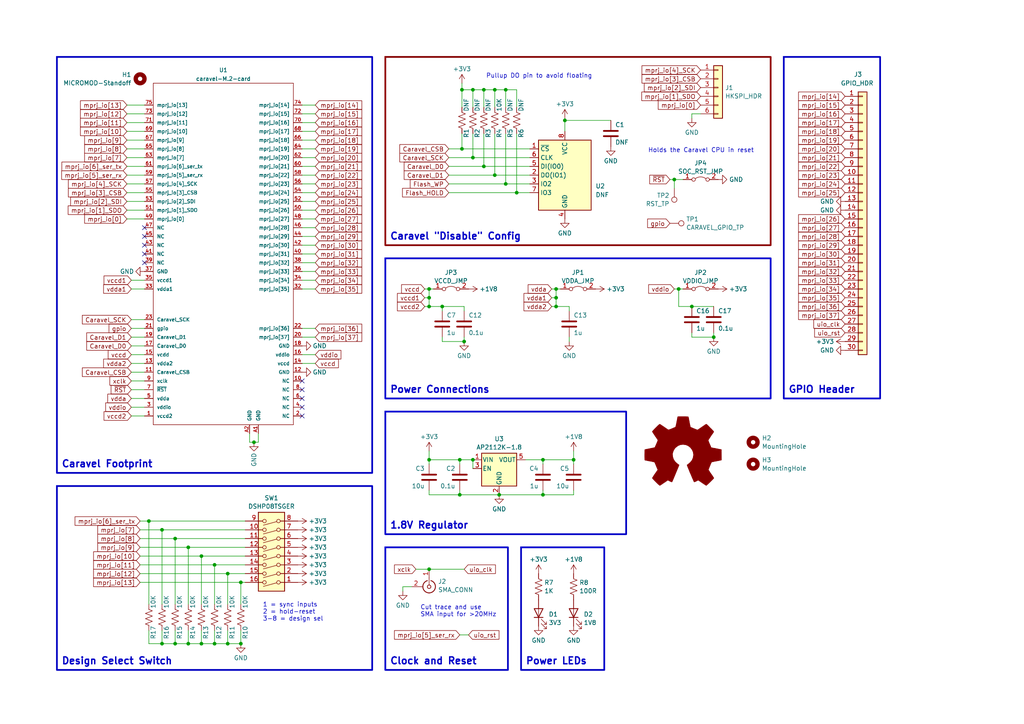
<source format=kicad_sch>
(kicad_sch (version 20230121) (generator eeschema)
  (paper "A4")
  (junction (at 146.685 53.34))
  (junction (at 46.99 186.69))
  (junction (at 54.61 186.69))
  (junction (at 137.16 133.35))
  (junction (at 143.51 50.8))
  (junction (at 62.23 186.69))
  (junction (at 161.29 88.9))
  (junction (at 149.86 55.88))
  (junction (at 144.78 143.51))
  (junction (at 134.62 99.06))
  (junction (at 157.48 143.51))
  (junction (at 50.8 156.21))
  (junction (at 157.48 133.35))
  (junction (at 200.66 88.9))
  (junction (at 161.29 83.82))
  (junction (at 58.42 186.69))
  (junction (at 43.18 151.13))
  (junction (at 128.27 88.9))
  (junction (at 69.85 186.69))
  (junction (at 46.99 153.67))
  (junction (at 58.42 161.29))
  (junction (at 66.04 186.69))
  (junction (at 133.35 143.51))
  (junction (at 133.35 133.35))
  (junction (at 133.985 26.035))
  (junction (at 196.85 83.82))
  (junction (at 163.83 34.925))
  (junction (at 62.23 163.83))
  (junction (at 124.46 165.1))
  (junction (at 73.66 128.27))
  (junction (at 166.37 133.35))
  (junction (at 124.46 133.35))
  (junction (at 124.46 86.36))
  (junction (at 133.985 43.18))
  (junction (at 161.29 86.36))
  (junction (at 140.335 26.035))
  (junction (at 50.8 186.69))
  (junction (at 140.335 48.26))
  (junction (at 69.85 168.91))
  (junction (at 54.61 158.75))
  (junction (at 137.16 26.035))
  (junction (at 137.16 45.72))
  (junction (at 195.58 52.07))
  (junction (at 143.51 26.035))
  (junction (at 207.01 97.79))
  (junction (at 66.04 166.37))
  (junction (at 146.685 26.035))
  (junction (at 124.46 88.9))
  (junction (at 124.46 83.82))
  (no_connect (at 41.91 66.04))
  (no_connect (at 87.63 113.03))
  (no_connect (at 41.91 76.2))
  (no_connect (at 41.91 68.58))
  (no_connect (at 41.91 73.66))
  (no_connect (at 87.63 120.65))
  (no_connect (at 41.91 71.12))
  (no_connect (at 87.63 110.49))
  (no_connect (at 87.63 118.11))
  (no_connect (at 87.63 115.57))
  (wire (pts (xy 146.685 26.035) (xy 146.685 31.115)))
  (wire (pts (xy 157.48 133.35) (xy 157.48 134.62)))
  (wire (pts (xy 124.46 133.35) (xy 133.35 133.35)))
  (wire (pts (xy 91.44 63.5) (xy 87.63 63.5)))
  (wire (pts (xy 73.66 128.27) (xy 72.39 128.27)))
  (wire (pts (xy 74.93 128.27) (xy 73.66 128.27)))
  (wire (pts (xy 43.18 151.13) (xy 71.12 151.13)))
  (wire (pts (xy 207.01 88.9) (xy 200.66 88.9)))
  (wire (pts (xy 130.175 55.88) (xy 149.86 55.88)))
  (wire (pts (xy 157.48 143.51) (xy 157.48 142.24)))
  (wire (pts (xy 91.44 30.48) (xy 87.63 30.48)))
  (wire (pts (xy 133.985 24.13) (xy 133.985 26.035)))
  (wire (pts (xy 41.91 53.34) (xy 36.83 53.34)))
  (wire (pts (xy 91.44 45.72) (xy 87.63 45.72)))
  (wire (pts (xy 124.46 88.9) (xy 123.19 88.9)))
  (wire (pts (xy 160.02 88.9) (xy 161.29 88.9)))
  (wire (pts (xy 124.46 133.35) (xy 124.46 134.62)))
  (wire (pts (xy 130.175 53.34) (xy 146.685 53.34)))
  (wire (pts (xy 40.64 153.67) (xy 46.99 153.67)))
  (wire (pts (xy 137.16 45.72) (xy 137.16 38.735)))
  (wire (pts (xy 130.175 50.8) (xy 143.51 50.8)))
  (wire (pts (xy 200.66 97.79) (xy 200.66 96.52)))
  (wire (pts (xy 140.335 31.115) (xy 140.335 26.035)))
  (wire (pts (xy 41.91 33.02) (xy 36.83 33.02)))
  (wire (pts (xy 41.91 115.57) (xy 38.1 115.57)))
  (wire (pts (xy 137.16 26.035) (xy 140.335 26.035)))
  (wire (pts (xy 128.27 88.9) (xy 128.27 90.17)))
  (wire (pts (xy 166.37 130.81) (xy 166.37 133.35)))
  (wire (pts (xy 91.44 83.82) (xy 87.63 83.82)))
  (wire (pts (xy 41.91 102.87) (xy 38.1 102.87)))
  (wire (pts (xy 50.8 156.21) (xy 50.8 175.26)))
  (wire (pts (xy 161.29 88.9) (xy 165.1 88.9)))
  (wire (pts (xy 66.04 166.37) (xy 66.04 175.26)))
  (wire (pts (xy 91.44 95.25) (xy 87.63 95.25)))
  (wire (pts (xy 46.99 186.69) (xy 43.18 186.69)))
  (wire (pts (xy 91.44 53.34) (xy 87.63 53.34)))
  (wire (pts (xy 160.02 86.36) (xy 161.29 86.36)))
  (wire (pts (xy 144.78 143.51) (xy 157.48 143.51)))
  (wire (pts (xy 149.86 55.88) (xy 149.86 38.735)))
  (wire (pts (xy 140.335 26.035) (xy 143.51 26.035)))
  (wire (pts (xy 69.85 168.91) (xy 69.85 175.26)))
  (wire (pts (xy 62.23 186.69) (xy 58.42 186.69)))
  (wire (pts (xy 41.91 120.65) (xy 38.1 120.65)))
  (wire (pts (xy 195.58 52.07) (xy 194.31 52.07)))
  (wire (pts (xy 134.62 99.06) (xy 134.62 97.79)))
  (wire (pts (xy 134.62 88.9) (xy 134.62 90.17)))
  (wire (pts (xy 41.91 35.56) (xy 36.83 35.56)))
  (wire (pts (xy 124.46 165.1) (xy 134.62 165.1)))
  (wire (pts (xy 133.35 133.35) (xy 133.35 134.62)))
  (wire (pts (xy 91.44 102.87) (xy 87.63 102.87)))
  (wire (pts (xy 124.46 130.81) (xy 124.46 133.35)))
  (wire (pts (xy 91.44 78.74) (xy 87.63 78.74)))
  (wire (pts (xy 74.93 125.73) (xy 74.93 128.27)))
  (wire (pts (xy 41.91 100.33) (xy 38.1 100.33)))
  (wire (pts (xy 58.42 186.69) (xy 54.61 186.69)))
  (wire (pts (xy 124.46 88.9) (xy 128.27 88.9)))
  (wire (pts (xy 153.67 53.34) (xy 146.685 53.34)))
  (wire (pts (xy 116.84 171.45) (xy 116.84 170.18)))
  (wire (pts (xy 69.85 186.69) (xy 66.04 186.69)))
  (wire (pts (xy 41.91 113.03) (xy 38.1 113.03)))
  (wire (pts (xy 153.67 50.8) (xy 143.51 50.8)))
  (wire (pts (xy 62.23 182.88) (xy 62.23 186.69)))
  (wire (pts (xy 133.985 26.035) (xy 137.16 26.035)))
  (wire (pts (xy 54.61 186.69) (xy 50.8 186.69)))
  (wire (pts (xy 41.91 107.95) (xy 38.1 107.95)))
  (wire (pts (xy 124.46 86.36) (xy 124.46 88.9)))
  (wire (pts (xy 207.01 97.79) (xy 200.66 97.79)))
  (wire (pts (xy 133.35 133.35) (xy 137.16 133.35)))
  (wire (pts (xy 128.27 99.06) (xy 128.27 97.79)))
  (wire (pts (xy 43.18 151.13) (xy 43.18 175.26)))
  (wire (pts (xy 137.16 133.35) (xy 137.16 135.89)))
  (wire (pts (xy 41.91 40.64) (xy 36.83 40.64)))
  (wire (pts (xy 165.1 99.06) (xy 165.1 97.79)))
  (wire (pts (xy 41.91 118.11) (xy 38.1 118.11)))
  (wire (pts (xy 43.18 182.88) (xy 43.18 186.69)))
  (wire (pts (xy 41.91 48.26) (xy 36.83 48.26)))
  (wire (pts (xy 153.67 43.18) (xy 133.985 43.18)))
  (wire (pts (xy 58.42 161.29) (xy 58.42 175.26)))
  (wire (pts (xy 91.44 76.2) (xy 87.63 76.2)))
  (wire (pts (xy 130.175 43.18) (xy 133.985 43.18)))
  (wire (pts (xy 146.685 26.035) (xy 143.51 26.035)))
  (wire (pts (xy 66.04 182.88) (xy 66.04 186.69)))
  (wire (pts (xy 130.175 48.26) (xy 140.335 48.26)))
  (wire (pts (xy 66.04 186.69) (xy 62.23 186.69)))
  (wire (pts (xy 41.91 92.71) (xy 38.1 92.71)))
  (wire (pts (xy 200.66 34.29) (xy 200.66 33.02)))
  (wire (pts (xy 41.91 81.28) (xy 38.1 81.28)))
  (wire (pts (xy 72.39 128.27) (xy 72.39 125.73)))
  (wire (pts (xy 133.35 184.15) (xy 135.89 184.15)))
  (wire (pts (xy 161.29 86.36) (xy 161.29 83.82)))
  (wire (pts (xy 165.1 88.9) (xy 165.1 90.17)))
  (wire (pts (xy 41.91 45.72) (xy 36.83 45.72)))
  (wire (pts (xy 40.64 161.29) (xy 58.42 161.29)))
  (wire (pts (xy 195.58 54.61) (xy 195.58 52.07)))
  (wire (pts (xy 54.61 158.75) (xy 54.61 175.26)))
  (wire (pts (xy 133.35 143.51) (xy 144.78 143.51)))
  (wire (pts (xy 46.99 182.88) (xy 46.99 186.69)))
  (wire (pts (xy 66.04 166.37) (xy 71.12 166.37)))
  (wire (pts (xy 166.37 133.35) (xy 166.37 134.62)))
  (wire (pts (xy 46.99 153.67) (xy 46.99 175.26)))
  (wire (pts (xy 124.46 83.82) (xy 124.46 86.36)))
  (wire (pts (xy 41.91 43.18) (xy 36.83 43.18)))
  (wire (pts (xy 50.8 182.88) (xy 50.8 186.69)))
  (wire (pts (xy 133.985 31.115) (xy 133.985 26.035)))
  (wire (pts (xy 58.42 161.29) (xy 71.12 161.29)))
  (wire (pts (xy 69.85 168.91) (xy 71.12 168.91)))
  (wire (pts (xy 69.85 182.88) (xy 69.85 186.69)))
  (wire (pts (xy 196.85 83.82) (xy 198.12 83.82)))
  (wire (pts (xy 146.685 53.34) (xy 146.685 38.735)))
  (wire (pts (xy 40.64 166.37) (xy 66.04 166.37)))
  (wire (pts (xy 41.91 97.79) (xy 38.1 97.79)))
  (wire (pts (xy 153.67 55.88) (xy 149.86 55.88)))
  (wire (pts (xy 41.91 60.96) (xy 36.83 60.96)))
  (wire (pts (xy 50.8 186.69) (xy 46.99 186.69)))
  (wire (pts (xy 124.46 83.82) (xy 125.73 83.82)))
  (wire (pts (xy 200.66 33.02) (xy 203.2 33.02)))
  (wire (pts (xy 143.51 50.8) (xy 143.51 38.735)))
  (wire (pts (xy 153.67 48.26) (xy 140.335 48.26)))
  (wire (pts (xy 41.91 63.5) (xy 36.83 63.5)))
  (wire (pts (xy 46.99 153.67) (xy 71.12 153.67)))
  (wire (pts (xy 41.91 30.48) (xy 36.83 30.48)))
  (wire (pts (xy 160.02 83.82) (xy 161.29 83.82)))
  (wire (pts (xy 140.335 48.26) (xy 140.335 38.735)))
  (wire (pts (xy 91.44 58.42) (xy 87.63 58.42)))
  (wire (pts (xy 91.44 38.1) (xy 87.63 38.1)))
  (wire (pts (xy 91.44 105.41) (xy 87.63 105.41)))
  (wire (pts (xy 130.175 45.72) (xy 137.16 45.72)))
  (wire (pts (xy 41.91 55.88) (xy 36.83 55.88)))
  (wire (pts (xy 91.44 48.26) (xy 87.63 48.26)))
  (wire (pts (xy 120.65 165.1) (xy 124.46 165.1)))
  (wire (pts (xy 149.86 26.035) (xy 146.685 26.035)))
  (wire (pts (xy 91.44 50.8) (xy 87.63 50.8)))
  (wire (pts (xy 166.37 143.51) (xy 157.48 143.51)))
  (wire (pts (xy 200.66 88.9) (xy 196.85 88.9)))
  (wire (pts (xy 40.64 151.13) (xy 43.18 151.13)))
  (wire (pts (xy 91.44 71.12) (xy 87.63 71.12)))
  (wire (pts (xy 133.985 43.18) (xy 133.985 38.735)))
  (wire (pts (xy 41.91 38.1) (xy 36.83 38.1)))
  (wire (pts (xy 124.46 143.51) (xy 124.46 142.24)))
  (wire (pts (xy 133.35 142.24) (xy 133.35 143.51)))
  (wire (pts (xy 133.35 143.51) (xy 124.46 143.51)))
  (wire (pts (xy 41.91 105.41) (xy 38.1 105.41)))
  (wire (pts (xy 163.83 34.925) (xy 177.165 34.925)))
  (wire (pts (xy 157.48 133.35) (xy 166.37 133.35)))
  (wire (pts (xy 54.61 182.88) (xy 54.61 186.69)))
  (wire (pts (xy 207.01 96.52) (xy 207.01 97.79)))
  (wire (pts (xy 91.44 97.79) (xy 87.63 97.79)))
  (wire (pts (xy 134.62 99.06) (xy 128.27 99.06)))
  (wire (pts (xy 195.58 83.82) (xy 196.85 83.82)))
  (wire (pts (xy 163.83 34.925) (xy 163.83 38.1)))
  (wire (pts (xy 41.91 83.82) (xy 38.1 83.82)))
  (wire (pts (xy 40.64 158.75) (xy 54.61 158.75)))
  (wire (pts (xy 58.42 182.88) (xy 58.42 186.69)))
  (wire (pts (xy 91.44 81.28) (xy 87.63 81.28)))
  (wire (pts (xy 91.44 43.18) (xy 87.63 43.18)))
  (wire (pts (xy 143.51 26.035) (xy 143.51 31.115)))
  (wire (pts (xy 91.44 68.58) (xy 87.63 68.58)))
  (wire (pts (xy 91.44 60.96) (xy 87.63 60.96)))
  (wire (pts (xy 62.23 163.83) (xy 71.12 163.83)))
  (wire (pts (xy 41.91 58.42) (xy 36.83 58.42)))
  (wire (pts (xy 91.44 40.64) (xy 87.63 40.64)))
  (wire (pts (xy 40.64 168.91) (xy 69.85 168.91)))
  (wire (pts (xy 166.37 142.24) (xy 166.37 143.51)))
  (wire (pts (xy 137.16 26.035) (xy 137.16 31.115)))
  (wire (pts (xy 91.44 73.66) (xy 87.63 73.66)))
  (wire (pts (xy 149.86 31.115) (xy 149.86 26.035)))
  (wire (pts (xy 195.58 52.07) (xy 198.12 52.07)))
  (wire (pts (xy 161.29 83.82) (xy 162.56 83.82)))
  (wire (pts (xy 40.64 163.83) (xy 62.23 163.83)))
  (wire (pts (xy 91.44 66.04) (xy 87.63 66.04)))
  (wire (pts (xy 41.91 95.25) (xy 38.1 95.25)))
  (wire (pts (xy 196.85 83.82) (xy 196.85 88.9)))
  (wire (pts (xy 128.27 88.9) (xy 134.62 88.9)))
  (wire (pts (xy 153.67 45.72) (xy 137.16 45.72)))
  (wire (pts (xy 41.91 110.49) (xy 38.1 110.49)))
  (wire (pts (xy 54.61 158.75) (xy 71.12 158.75)))
  (wire (pts (xy 116.84 170.18) (xy 119.38 170.18)))
  (wire (pts (xy 50.8 156.21) (xy 71.12 156.21)))
  (wire (pts (xy 91.44 35.56) (xy 87.63 35.56)))
  (wire (pts (xy 40.64 156.21) (xy 50.8 156.21)))
  (wire (pts (xy 161.29 88.9) (xy 161.29 86.36)))
  (wire (pts (xy 62.23 163.83) (xy 62.23 175.26)))
  (wire (pts (xy 124.46 86.36) (xy 123.19 86.36)))
  (wire (pts (xy 123.19 83.82) (xy 124.46 83.82)))
  (wire (pts (xy 163.83 34.29) (xy 163.83 34.925)))
  (wire (pts (xy 152.4 133.35) (xy 157.48 133.35)))
  (wire (pts (xy 41.91 50.8) (xy 36.83 50.8)))
  (wire (pts (xy 91.44 55.88) (xy 87.63 55.88)))
  (wire (pts (xy 91.44 33.02) (xy 87.63 33.02)))
  (rectangle (start 151.13 158.75) (end 175.26 194.31) (stroke (width 0.5)))
  (rectangle (start 227.33 16.51) (end 255.27 115.57) (stroke (width 0.5)))
  (rectangle (start 111.76 119.38) (end 181.61 154.94) (stroke (width 0.5)))
  (rectangle (start 111.76 158.75) (end 147.32 194.31) (stroke (width 0.5)))
  (rectangle (start 16.51 140.97) (end 107.95 194.31) (stroke (width 0.5)))
  (rectangle (start 16.51 16.51) (end 107.95 137.16) (stroke (width 0.5)))
  (rectangle (start 111.76 74.93) (end 223.52 115.57) (stroke (width 0.5)))
  (rectangle (start 111.76 16.51) (end 223.52 71.12) (stroke (width 0.5) (color 132 0 0 1)))
  (text "Power Connections" (at 113.03 114.3 0) (effects (font (size 2 2) (thickness 0.4) bold) (justify left bottom)))
  (text "Caravel Footprint" (at 17.78 135.89 0) (effects (font (size 2 2) (thickness 0.4) bold) (justify left bottom)))
  (text "Power LEDs" (at 152.4 193.04 0) (effects (font (size 2 2) (thickness 0.4) bold) (justify left bottom)))
  (text "1.8V Regulator" (at 113.03 153.67 0) (effects (font (size 2 2) (thickness 0.4) bold) (justify left bottom)))
  (text "Design Select Switch" (at 17.78 193.04 0) (effects (font (size 2 2) (thickness 0.4) bold) (justify left bottom)))
  (text "Caravel \"Disable\" Config" (at 113.03 69.85 0) (effects (font (size 2 2) (thickness 0.4) bold) (justify left bottom)))
  (text "Cut trace and use\nSMA input for >20MHz" (at 121.92 179.07 0) (effects (font (size 1.27 1.27)) (justify left bottom)))
  (text "Pullup DO pin to avoid floating" (at 140.97 22.86 0) (effects (font (size 1.27 1.27)) (justify left bottom)))
  (text "Clock and Reset" (at 113.03 193.04 0) (effects (font (size 2 2) (thickness 0.4) bold) (justify left bottom)))
  (text "GPIO Header" (at 228.6 114.3 0) (effects (font (size 2 2) (thickness 0.4) bold) (justify left bottom)))
  (text "1 = sync inputs\n2 = hold-reset\n3-8 = design sel" (at 76.2 180.34 0) (effects (font (size 1.27 1.27)) (justify left bottom)))
  (text "Holds the Caravel CPU in reset" (at 187.96 44.45 0) (effects (font (size 1.27 1.27)) (justify left bottom)))
  (global_label "mprj_io[30]" (shape input) (at 91.44 71.12 0) (property "Intersheetrefs" "${INTERSHEET_REFS}" (effects hide)))
  (global_label "mprj_io[13]" (shape input) (at 36.83 30.48 180) (property "Intersheetrefs" "${INTERSHEET_REFS}" (effects hide)))
  (global_label "mprj_io[33]" (shape input) (at 245.11 81.28 180) (property "Intersheetrefs" "${INTERSHEET_REFS}" (effects hide)))
  (global_label "mprj_io[11]" (shape input) (at 40.64 163.83 180) (property "Intersheetrefs" "${INTERSHEET_REFS}" (effects hide)))
  (global_label "uio_rst" (shape input) (at 135.89 184.15 0) (property "Intersheetrefs" "${INTERSHEET_REFS}" (effects hide)))
  (global_label "mprj_io[13]" (shape input) (at 40.64 168.91 180) (property "Intersheetrefs" "${INTERSHEET_REFS}" (effects hide)))
  (global_label "vdda" (shape input) (at 38.1 115.57 180) (property "Intersheetrefs" "${INTERSHEET_REFS}" (effects hide)))
  (global_label "mprj_io[7]" (shape input) (at 40.64 153.67 180) (property "Intersheetrefs" "${INTERSHEET_REFS}" (effects hide)))
  (global_label "mprj_io[18]" (shape input) (at 245.11 38.1 180) (property "Intersheetrefs" "${INTERSHEET_REFS}" (effects hide)))
  (global_label "mprj_io[27]" (shape input) (at 91.44 63.5 0) (property "Intersheetrefs" "${INTERSHEET_REFS}" (effects hide)))
  (global_label "mprj_io[7]" (shape input) (at 36.83 45.72 180) (property "Intersheetrefs" "${INTERSHEET_REFS}" (effects hide)))
  (global_label "mprj_io[9]" (shape input) (at 40.64 158.75 180) (property "Intersheetrefs" "${INTERSHEET_REFS}" (effects hide)))
  (global_label "vdda2" (shape input) (at 160.02 88.9 180) (property "Intersheetrefs" "${INTERSHEET_REFS}" (effects hide)))
  (global_label "mprj_io[20]" (shape input) (at 245.11 43.18 180) (property "Intersheetrefs" "${INTERSHEET_REFS}" (effects hide)))
  (global_label "mprj_io[6]_ser_tx" (shape input) (at 36.83 48.26 180) (property "Intersheetrefs" "${INTERSHEET_REFS}" (effects hide)))
  (global_label "uio_rst" (shape input) (at 245.11 96.52 180) (property "Intersheetrefs" "${INTERSHEET_REFS}" (effects hide)))
  (global_label "mprj_io[5]_ser_rx" (shape input) (at 36.83 50.8 180) (property "Intersheetrefs" "${INTERSHEET_REFS}" (effects hide)))
  (global_label "mprj_io[2]_SDI" (shape input) (at 203.2 25.4 180) (property "Intersheetrefs" "${INTERSHEET_REFS}" (effects hide)))
  (global_label "Caravel_D1" (shape input) (at 38.1 97.79 180) (property "Intersheetrefs" "${INTERSHEET_REFS}" (effects hide)))
  (global_label "mprj_io[8]" (shape input) (at 40.64 156.21 180) (property "Intersheetrefs" "${INTERSHEET_REFS}" (effects hide)))
  (global_label "Caravel_CSB" (shape input) (at 130.175 43.18 180) (property "Intersheetrefs" "${INTERSHEET_REFS}" (effects hide)))
  (global_label "mprj_io[16]" (shape input) (at 91.44 35.56 0) (property "Intersheetrefs" "${INTERSHEET_REFS}" (effects hide)))
  (global_label "mprj_io[0]" (shape input) (at 203.2 30.48 180) (property "Intersheetrefs" "${INTERSHEET_REFS}" (effects hide)))
  (global_label "mprj_io[34]" (shape input) (at 91.44 81.28 0) (property "Intersheetrefs" "${INTERSHEET_REFS}" (effects hide)))
  (global_label "mprj_io[32]" (shape input) (at 91.44 76.2 0) (property "Intersheetrefs" "${INTERSHEET_REFS}" (effects hide)))
  (global_label "mprj_io[8]" (shape input) (at 36.83 43.18 180) (property "Intersheetrefs" "${INTERSHEET_REFS}" (effects hide)))
  (global_label "mprj_io[21]" (shape input) (at 91.44 48.26 0) (property "Intersheetrefs" "${INTERSHEET_REFS}" (effects hide)))
  (global_label "vdda2" (shape input) (at 38.1 105.41 180) (property "Intersheetrefs" "${INTERSHEET_REFS}" (effects hide)))
  (global_label "vccd" (shape input) (at 38.1 102.87 180) (property "Intersheetrefs" "${INTERSHEET_REFS}" (effects hide)))
  (global_label "vdda1" (shape input) (at 160.02 86.36 180) (property "Intersheetrefs" "${INTERSHEET_REFS}" (effects hide)))
  (global_label "mprj_io[29]" (shape input) (at 245.11 71.12 180) (property "Intersheetrefs" "${INTERSHEET_REFS}" (effects hide)))
  (global_label "mprj_io[33]" (shape input) (at 91.44 78.74 0) (property "Intersheetrefs" "${INTERSHEET_REFS}" (effects hide)))
  (global_label "mprj_io[19]" (shape input) (at 245.11 40.64 180) (property "Intersheetrefs" "${INTERSHEET_REFS}" (effects hide)))
  (global_label "mprj_io[19]" (shape input) (at 91.44 43.18 0) (property "Intersheetrefs" "${INTERSHEET_REFS}" (effects hide)))
  (global_label "mprj_io[12]" (shape input) (at 36.83 33.02 180) (property "Intersheetrefs" "${INTERSHEET_REFS}" (effects hide)))
  (global_label "mprj_io[1]_SDO" (shape input) (at 203.2 27.94 180) (property "Intersheetrefs" "${INTERSHEET_REFS}" (effects hide)))
  (global_label "mprj_io[14]" (shape input) (at 245.11 27.94 180) (property "Intersheetrefs" "${INTERSHEET_REFS}" (effects hide)))
  (global_label "mprj_io[36]" (shape input) (at 245.11 88.9 180) (property "Intersheetrefs" "${INTERSHEET_REFS}" (effects hide)))
  (global_label "mprj_io[28]" (shape input) (at 245.11 68.58 180) (property "Intersheetrefs" "${INTERSHEET_REFS}" (effects hide)))
  (global_label "mprj_io[26]" (shape input) (at 91.44 60.96 0) (property "Intersheetrefs" "${INTERSHEET_REFS}" (effects hide)))
  (global_label "mprj_io[28]" (shape input) (at 91.44 66.04 0) (property "Intersheetrefs" "${INTERSHEET_REFS}" (effects hide)))
  (global_label "vccd2" (shape input) (at 38.1 120.65 180) (property "Intersheetrefs" "${INTERSHEET_REFS}" (effects hide)))
  (global_label "mprj_io[23]" (shape input) (at 245.11 50.8 180) (property "Intersheetrefs" "${INTERSHEET_REFS}" (effects hide)))
  (global_label "vccd" (shape input) (at 91.44 105.41 0) (property "Intersheetrefs" "${INTERSHEET_REFS}" (effects hide)))
  (global_label "mprj_io[22]" (shape input) (at 91.44 50.8 0) (property "Intersheetrefs" "${INTERSHEET_REFS}" (effects hide)))
  (global_label "Caravel_D1" (shape input) (at 130.175 50.8 180) (property "Intersheetrefs" "${INTERSHEET_REFS}" (effects hide)))
  (global_label "mprj_io[12]" (shape input) (at 40.64 166.37 180) (property "Intersheetrefs" "${INTERSHEET_REFS}" (effects hide)))
  (global_label "mprj_io[20]" (shape input) (at 91.44 45.72 0) (property "Intersheetrefs" "${INTERSHEET_REFS}" (effects hide)))
  (global_label "vccd2" (shape input) (at 123.19 88.9 180) (property "Intersheetrefs" "${INTERSHEET_REFS}" (effects hide)))
  (global_label "mprj_io[26]" (shape input) (at 245.11 63.5 180) (property "Intersheetrefs" "${INTERSHEET_REFS}" (effects hide)))
  (global_label "mprj_io[17]" (shape input) (at 91.44 38.1 0) (property "Intersheetrefs" "${INTERSHEET_REFS}" (effects hide)))
  (global_label "uio_clk" (shape input) (at 134.62 165.1 0) (property "Intersheetrefs" "${INTERSHEET_REFS}" (effects hide)))
  (global_label "mprj_io[2]_SDI" (shape input) (at 36.83 58.42 180) (property "Intersheetrefs" "${INTERSHEET_REFS}" (effects hide)))
  (global_label "mprj_io[3]_CSB" (shape input) (at 203.2 22.86 180) (property "Intersheetrefs" "${INTERSHEET_REFS}" (effects hide)))
  (global_label "Caravel_SCK" (shape input) (at 130.175 45.72 180) (property "Intersheetrefs" "${INTERSHEET_REFS}" (effects hide)))
  (global_label "mprj_io[4]_SCK" (shape input) (at 36.83 53.34 180) (property "Intersheetrefs" "${INTERSHEET_REFS}" (effects hide)))
  (global_label "mprj_io[22]" (shape input) (at 245.11 48.26 180) (property "Intersheetrefs" "${INTERSHEET_REFS}" (effects hide)))
  (global_label "mprj_io[9]" (shape input) (at 36.83 40.64 180) (property "Intersheetrefs" "${INTERSHEET_REFS}" (effects hide)))
  (global_label "mprj_io[1]_SDO" (shape input) (at 36.83 60.96 180) (property "Intersheetrefs" "${INTERSHEET_REFS}" (effects hide)))
  (global_label "Caravel_D0" (shape input) (at 38.1 100.33 180) (property "Intersheetrefs" "${INTERSHEET_REFS}" (effects hide)))
  (global_label "vdda" (shape input) (at 160.02 83.82 180) (property "Intersheetrefs" "${INTERSHEET_REFS}" (effects hide)))
  (global_label "Flash_WP" (shape input) (at 130.175 53.34 180) (property "Intersheetrefs" "${INTERSHEET_REFS}" (effects hide)))
  (global_label "mprj_io[15]" (shape input) (at 91.44 33.02 0) (property "Intersheetrefs" "${INTERSHEET_REFS}" (effects hide)))
  (global_label "mprj_io[24]" (shape input) (at 245.11 53.34 180) (property "Intersheetrefs" "${INTERSHEET_REFS}" (effects hide)))
  (global_label "mprj_io[35]" (shape input) (at 91.44 83.82 0) (property "Intersheetrefs" "${INTERSHEET_REFS}" (effects hide)))
  (global_label "mprj_io[17]" (shape input) (at 245.11 35.56 180) (property "Intersheetrefs" "${INTERSHEET_REFS}" (effects hide)))
  (global_label "vdda1" (shape input) (at 38.1 83.82 180) (property "Intersheetrefs" "${INTERSHEET_REFS}" (effects hide)))
  (global_label "gpio" (shape input) (at 194.31 64.77 180) (property "Intersheetrefs" "${INTERSHEET_REFS}" (effects hide)))
  (global_label "vddio" (shape input) (at 38.1 118.11 180) (property "Intersheetrefs" "${INTERSHEET_REFS}" (effects hide)))
  (global_label "Flash_HOLD" (shape input) (at 130.175 55.88 180) (property "Intersheetrefs" "${INTERSHEET_REFS}" (effects hide)))
  (global_label "mprj_io[3]_CSB" (shape input) (at 36.83 55.88 180) (property "Intersheetrefs" "${INTERSHEET_REFS}" (effects hide)))
  (global_label "mprj_io[32]" (shape input) (at 245.11 78.74 180) (property "Intersheetrefs" "${INTERSHEET_REFS}" (effects hide)))
  (global_label "~{RST}" (shape input) (at 38.1 113.03 180) (property "Intersheetrefs" "${INTERSHEET_REFS}" (effects hide)))
  (global_label "mprj_io[31]" (shape input) (at 91.44 73.66 0) (property "Intersheetrefs" "${INTERSHEET_REFS}" (effects hide)))
  (global_label "mprj_io[11]" (shape input) (at 36.83 35.56 180) (property "Intersheetrefs" "${INTERSHEET_REFS}" (effects hide)))
  (global_label "mprj_io[25]" (shape input) (at 91.44 58.42 0) (property "Intersheetrefs" "${INTERSHEET_REFS}" (effects hide)))
  (global_label "vccd" (shape input) (at 123.19 83.82 180) (property "Intersheetrefs" "${INTERSHEET_REFS}" (effects hide)))
  (global_label "mprj_io[25]" (shape input) (at 245.11 55.88 180) (property "Intersheetrefs" "${INTERSHEET_REFS}" (effects hide)))
  (global_label "mprj_io[10]" (shape input) (at 36.83 38.1 180) (property "Intersheetrefs" "${INTERSHEET_REFS}" (effects hide)))
  (global_label "mprj_io[10]" (shape input) (at 40.64 161.29 180) (property "Intersheetrefs" "${INTERSHEET_REFS}" (effects hide)))
  (global_label "Caravel_CSB" (shape input) (at 38.1 107.95 180) (property "Intersheetrefs" "${INTERSHEET_REFS}" (effects hide)))
  (global_label "mprj_io[36]" (shape input) (at 91.44 95.25 0) (property "Intersheetrefs" "${INTERSHEET_REFS}" (effects hide)))
  (global_label "mprj_io[4]_SCK" (shape input) (at 203.2 20.32 180) (property "Intersheetrefs" "${INTERSHEET_REFS}" (effects hide)))
  (global_label "mprj_io[14]" (shape input) (at 91.44 30.48 0) (property "Intersheetrefs" "${INTERSHEET_REFS}" (effects hide)))
  (global_label "mprj_io[15]" (shape input) (at 245.11 30.48 180) (property "Intersheetrefs" "${INTERSHEET_REFS}" (effects hide)))
  (global_label "mprj_io[37]" (shape input) (at 245.11 91.44 180) (property "Intersheetrefs" "${INTERSHEET_REFS}" (effects hide)))
  (global_label "mprj_io[31]" (shape input) (at 245.11 76.2 180) (property "Intersheetrefs" "${INTERSHEET_REFS}" (effects hide)))
  (global_label "mprj_io[23]" (shape input) (at 91.44 53.34 0) (property "Intersheetrefs" "${INTERSHEET_REFS}" (effects hide)))
  (global_label "mprj_io[18]" (shape input) (at 91.44 40.64 0) (property "Intersheetrefs" "${INTERSHEET_REFS}" (effects hide)))
  (global_label "vddio" (shape input) (at 195.58 83.82 180) (property "Intersheetrefs" "${INTERSHEET_REFS}" (effects hide)))
  (global_label "mprj_io[0]" (shape input) (at 36.83 63.5 180) (property "Intersheetrefs" "${INTERSHEET_REFS}" (effects hide)))
  (global_label "mprj_io[21]" (shape input) (at 245.11 45.72 180) (property "Intersheetrefs" "${INTERSHEET_REFS}" (effects hide)))
  (global_label "Caravel_D0" (shape input) (at 130.175 48.26 180) (property "Intersheetrefs" "${INTERSHEET_REFS}" (effects hide)))
  (global_label "vddio" (shape input) (at 91.44 102.87 0) (property "Intersheetrefs" "${INTERSHEET_REFS}" (effects hide)))
  (global_label "mprj_io[35]" (shape input) (at 245.11 86.36 180) (property "Intersheetrefs" "${INTERSHEET_REFS}" (effects hide)))
  (global_label "mprj_io[29]" (shape input) (at 91.44 68.58 0) (property "Intersheetrefs" "${INTERSHEET_REFS}" (effects hide)))
  (global_label "mprj_io[6]_ser_tx" (shape input) (at 40.64 151.13 180) (property "Intersheetrefs" "${INTERSHEET_REFS}" (effects hide)))
  (global_label "uio_clk" (shape input) (at 245.11 93.98 180) (property "Intersheetrefs" "${INTERSHEET_REFS}" (effects hide)))
  (global_label "vccd1" (shape input) (at 123.19 86.36 180) (property "Intersheetrefs" "${INTERSHEET_REFS}" (effects hide)))
  (global_label "mprj_io[34]" (shape input) (at 245.11 83.82 180) (property "Intersheetrefs" "${INTERSHEET_REFS}" (effects hide)))
  (global_label "vccd1" (shape input) (at 38.1 81.28 180) (property "Intersheetrefs" "${INTERSHEET_REFS}" (effects hide)))
  (global_label "mprj_io[30]" (shape input) (at 245.11 73.66 180) (property "Intersheetrefs" "${INTERSHEET_REFS}" (effects hide)))
  (global_label "xclk" (shape input) (at 120.65 165.1 180) (property "Intersheetrefs" "${INTERSHEET_REFS}" (effects hide)))
  (global_label "xclk" (shape input) (at 38.1 110.49 180) (property "Intersheetrefs" "${INTERSHEET_REFS}" (effects hide)))
  (global_label "mprj_io[16]" (shape input) (at 245.11 33.02 180) (property "Intersheetrefs" "${INTERSHEET_REFS}" (effects hide)))
  (global_label "gpio" (shape input) (at 38.1 95.25 180) (property "Intersheetrefs" "${INTERSHEET_REFS}" (effects hide)))
  (global_label "Caravel_SCK" (shape input) (at 38.1 92.71 180) (property "Intersheetrefs" "${INTERSHEET_REFS}" (effects hide)))
  (global_label "mprj_io[5]_ser_rx" (shape input) (at 133.35 184.15 180) (property "Intersheetrefs" "${INTERSHEET_REFS}" (effects hide)))
  (global_label "mprj_io[24]" (shape input) (at 91.44 55.88 0) (property "Intersheetrefs" "${INTERSHEET_REFS}" (effects hide)))
  (global_label "mprj_io[27]" (shape input) (at 245.11 66.04 180) (property "Intersheetrefs" "${INTERSHEET_REFS}" (effects hide)))
  (global_label "~{RST}" (shape input) (at 194.31 52.07 180) (property "Intersheetrefs" "${INTERSHEET_REFS}" (effects hide)))
  (global_label "mprj_io[37]" (shape input) (at 91.44 97.79 0) (property "Intersheetrefs" "${INTERSHEET_REFS}" (effects hide)))
  (symbol (lib_id "Graphic:Logo_Open_Hardware_Large") (at 198.12 132.08 0) (unit 1) (in_bom no) (on_board no)
    (property "Reference" "#SYM1" (effects hide))
    (property "Value" "Logo_Open_Hardware_Large" (effects hide))
    (property "Footprint" "Symbol:OSHW-Logo_11.4x12mm_SilkScreen" (effects hide))
    (property "Sim.Enable" "0" (effects hide))
  )
  (symbol (lib_id "Device:R_US") (at 54.61 179.07 0) (unit 1)
    (property "Reference" "R14" (at 55.88 185.42 90) (effects (justify left)))
    (property "Value" "10K" (at 55.88 176.53 90) (effects (justify left)))
    (property "Footprint" "Resistor_SMD:R_0805_2012Metric" (effects hide))
  )
  (symbol (lib_id "power:GND") (at 208.28 52.07 90) (unit 1)
    (property "Reference" "#PWR019" (effects hide))
    (property "Value" "GND" (at 211.455 52.07 90) (effects (justify right)))
  )
  (symbol (lib_id "power:+1V8") (at 166.37 130.81 0) (unit 1)
    (property "Reference" "#PWR013" (effects hide))
    (property "Value" "+1V8" (at 166.37 126.6769 0))
  )
  (symbol (lib_id "Device:C") (at 124.46 138.43 0) (mirror y) (unit 1)
    (property "Reference" "C3" (at 123.19 135.89 0) (effects (justify left)))
    (property "Value" "10u" (at 123.19 140.97 0) (effects (justify left)))
    (property "Footprint" "Capacitor_SMD:C_0603_1608Metric" (effects hide))
  )
  (symbol (lib_id "Device:C") (at 157.48 138.43 0) (mirror y) (unit 1)
    (property "Reference" "C4" (at 156.21 135.89 0) (effects (justify left)))
    (property "Value" "1u" (at 156.21 140.97 0) (effects (justify left)))
    (property "Footprint" "Capacitor_SMD:C_0603_1608Metric" (effects hide))
  )
  (symbol (lib_id "power:+3V3") (at 172.72 83.82 270) (unit 1)
    (property "Reference" "#PWR017" (effects hide))
    (property "Value" "+3V3" (at 175.895 83.82 90) (effects (justify left)))
  )
  (symbol (lib_id "Device:C") (at 165.1 93.98 0) (unit 1)
    (property "Reference" "C13" (at 166.37 91.44 0) (effects (justify left)))
    (property "Value" "1u" (at 166.37 96.52 0) (effects (justify left)))
    (property "Footprint" "Capacitor_SMD:C_0603_1608Metric" (effects hide))
  )
  (symbol (lib_id "Device:R_US") (at 156.21 170.18 180) (unit 1)
    (property "Reference" "R7" (at 157.861 168.9679 0) (effects (justify right)))
    (property "Value" "1K" (at 157.861 171.3921 0) (effects (justify right)))
    (property "Footprint" "Resistor_SMD:R_0805_2012Metric" (effects hide))
  )
  (symbol (lib_id "Device:R_US") (at 137.16 34.925 0) (unit 1)
    (property "Reference" "R2" (at 138.43 40.005 90) (effects (justify left)))
    (property "Value" "DNF" (at 138.43 32.385 90) (effects (justify left)))
    (property "Footprint" "Resistor_SMD:R_0805_2012Metric" (effects hide))
  )
  (symbol (lib_id "Device:C") (at 128.27 93.98 0) (unit 1)
    (property "Reference" "C7" (at 129.54 91.44 0) (effects (justify left)))
    (property "Value" "1u" (at 129.54 96.52 0) (effects (justify left)))
    (property "Footprint" "Capacitor_SMD:C_0603_1608Metric" (effects hide))
  )
  (symbol (lib_id "Connector_Generic:Conn_01x06") (at 208.28 25.4 0) (unit 1)
    (property "Reference" "J1" (at 210.312 25.4579 0) (effects (justify left)))
    (property "Value" "HKSPI_HDR" (at 210.312 27.8821 0) (effects (justify left)))
    (property "Footprint" "Connector_PinHeader_2.54mm:PinHeader_1x06_P2.54mm_Vertical" (effects hide))
  )
  (symbol (lib_id "Jumper:Jumper_2_Bridged") (at 167.64 83.82 0) (unit 1)
    (property "Reference" "JP1" (at 167.64 79.0407 0))
    (property "Value" "VDDA_JMP" (at 167.64 81.4649 0))
    (property "Footprint" "Jumper:SolderJumper-2_P1.3mm_Bridged2Bar_Pad1.0x1.5mm" (effects hide))
  )
  (symbol (lib_id "Device:R_US") (at 133.985 34.925 0) (unit 1)
    (property "Reference" "R1" (at 135.255 40.005 90) (effects (justify left)))
    (property "Value" "DNF" (at 135.255 32.385 90) (effects (justify left)))
    (property "Footprint" "Resistor_SMD:R_0805_2012Metric" (effects hide))
  )
  (symbol (lib_id "power:+3V3") (at 86.36 158.75 270) (unit 1)
    (property "Reference" "#PWR025" (effects hide))
    (property "Value" "+3V3" (at 89.535 158.75 90) (effects (justify left)))
  )
  (symbol (lib_id "Caravel_board:caravel-M.2-card") (at 64.77 77.47 0) (unit 1)
    (property "Reference" "U1" (at 64.77 20.32 0) (effects (font (size 1.143 1.143))))
    (property "Value" "caravel-M.2-card" (at 64.77 22.86 0) (effects (font (size 1.143 1.143))))
    (property "Footprint" "MicroMod-Sparkfun:M.2-CONNECTOR-E" (effects hide))
  )
  (symbol (lib_id "Jumper:Jumper_2_Bridged") (at 130.81 83.82 0) (unit 1)
    (property "Reference" "JP3" (at 130.81 79.0407 0))
    (property "Value" "VCCD_JMP" (at 130.81 81.4649 0))
    (property "Footprint" "Jumper:SolderJumper-2_P1.3mm_Bridged2Bar_Pad1.0x1.5mm" (effects hide))
  )
  (symbol (lib_id "power:+3V3") (at 245.11 99.06 90) (unit 1)
    (property "Reference" "#PWR033" (effects hide))
    (property "Value" "+3V3" (at 241.935 99.06 90) (effects (justify left)))
  )
  (symbol (lib_id "power:GND") (at 245.11 58.42 270) (unit 1)
    (property "Reference" "#PWR034" (effects hide))
    (property "Value" "GND" (at 241.9351 58.42 90) (effects (justify right)))
  )
  (symbol (lib_id "power:+3V3") (at 86.36 156.21 270) (unit 1)
    (property "Reference" "#PWR024" (effects hide))
    (property "Value" "+3V3" (at 89.535 156.21 90) (effects (justify left)))
  )
  (symbol (lib_id "Device:R_US") (at 146.685 34.925 0) (unit 1)
    (property "Reference" "R5" (at 147.955 40.005 90) (effects (justify left)))
    (property "Value" "DNF" (at 147.955 32.385 90) (effects (justify left)))
    (property "Footprint" "Resistor_SMD:R_0805_2012Metric" (effects hide))
  )
  (symbol (lib_id "power:+3V3") (at 86.36 166.37 270) (unit 1)
    (property "Reference" "#PWR028" (effects hide))
    (property "Value" "+3V3" (at 89.535 166.37 90) (effects (justify left)))
  )
  (symbol (lib_id "power:+3V3") (at 86.36 161.29 270) (unit 1)
    (property "Reference" "#PWR026" (effects hide))
    (property "Value" "+3V3" (at 89.535 161.29 90) (effects (justify left)))
  )
  (symbol (lib_id "Mechanical:MountingHole") (at 218.44 134.62 0) (unit 1)
    (property "Reference" "H3" (at 220.98 133.4079 0) (effects (justify left)))
    (property "Value" "MountingHole" (at 220.98 135.8321 0) (effects (justify left)))
    (property "Footprint" "MountingHole:MountingHole_3.2mm_M3_Pad_Via" (effects hide))
  )
  (symbol (lib_id "Regulator_Linear:AP2112K-1.8") (at 144.78 135.89 0) (unit 1)
    (property "Reference" "U3" (at 144.78 127.3007 0))
    (property "Value" "AP2112K-1.8" (at 144.78 129.7249 0))
    (property "Footprint" "Package_TO_SOT_SMD:SOT-23-5" (effects hide))
    (property "Datasheet" "https://www.diodes.com/assets/Datasheets/AP2112.pdf" (effects hide))
  )
  (symbol (lib_id "power:+3V3") (at 86.36 151.13 270) (unit 1)
    (property "Reference" "#PWR022" (effects hide))
    (property "Value" "+3V3" (at 89.535 151.13 90) (effects (justify left)))
  )
  (symbol (lib_id "power:GND") (at 156.21 181.61 0) (unit 1)
    (property "Reference" "#PWR09" (effects hide))
    (property "Value" "GND" (at 156.21 185.7431 0))
  )
  (symbol (lib_id "power:+3V3") (at 133.985 24.13 0) (unit 1)
    (property "Reference" "#PWR05" (effects hide))
    (property "Value" "+3V3" (at 133.985 19.9969 0))
  )
  (symbol (lib_id "power:GND") (at 245.11 101.6 270) (unit 1)
    (property "Reference" "#PWR037" (effects hide))
    (property "Value" "GND" (at 241.9351 101.6 90) (effects (justify right)))
  )
  (symbol (lib_id "Device:R_US") (at 46.99 179.07 0) (unit 1)
    (property "Reference" "R16" (at 48.26 185.42 90) (effects (justify left)))
    (property "Value" "10K" (at 48.26 176.53 90) (effects (justify left)))
    (property "Footprint" "Resistor_SMD:R_0805_2012Metric" (effects hide))
  )
  (symbol (lib_id "Device:C") (at 133.35 138.43 0) (mirror y) (unit 1)
    (property "Reference" "C2" (at 132.08 135.89 0) (effects (justify left)))
    (property "Value" "0.1u" (at 132.08 140.97 0) (effects (justify left)))
    (property "Footprint" "Capacitor_SMD:C_0603_1608Metric" (effects hide))
  )
  (symbol (lib_id "Jumper:Jumper_2_Bridged") (at 203.2 83.82 0) (unit 1)
    (property "Reference" "JP2" (at 203.2 79.0407 0))
    (property "Value" "VDDIO_JMP" (at 203.2 81.4649 0))
    (property "Footprint" "Jumper:SolderJumper-2_P1.3mm_Bridged2Bar_Pad1.0x1.5mm" (effects hide))
  )
  (symbol (lib_id "power:GND") (at 116.84 171.45 0) (unit 1)
    (property "Reference" "#PWR021" (effects hide))
    (property "Value" "GND" (at 116.84 175.5831 0))
  )
  (symbol (lib_id "power:+3V3") (at 163.83 34.29 0) (unit 1)
    (property "Reference" "#PWR06" (effects hide))
    (property "Value" "+3V3" (at 163.83 30.1569 0))
  )
  (symbol (lib_id "power:+3V3") (at 124.46 130.81 0) (unit 1)
    (property "Reference" "#PWR011" (effects hide))
    (property "Value" "+3V3" (at 124.46 126.6769 0))
  )
  (symbol (lib_id "Device:R_US") (at 69.85 179.07 0) (unit 1)
    (property "Reference" "R10" (at 71.12 185.42 90) (effects (justify left)))
    (property "Value" "10K" (at 71.12 176.53 90) (effects (justify left)))
    (property "Footprint" "Resistor_SMD:R_0805_2012Metric" (effects hide))
  )
  (symbol (lib_id "Device:C") (at 166.37 138.43 0) (mirror y) (unit 1)
    (property "Reference" "C5" (at 165.1 135.89 0) (effects (justify left)))
    (property "Value" "10u" (at 165.1 140.97 0) (effects (justify left)))
    (property "Footprint" "Capacitor_SMD:C_0603_1608Metric" (effects hide))
  )
  (symbol (lib_id "power:GND") (at 41.91 78.74 270) (unit 1)
    (property "Reference" "#PWR01" (effects hide))
    (property "Value" "GND" (at 36.83 78.74 90))
  )
  (symbol (lib_id "power:GND") (at 87.63 100.33 90) (unit 1)
    (property "Reference" "#PWR03" (effects hide))
    (property "Value" "GND" (at 92.71 100.33 90))
  )
  (symbol (lib_id "Connector:Conn_Coaxial") (at 124.46 170.18 270) (unit 1)
    (property "Reference" "J2" (at 127.0486 168.6504 90) (effects (justify left)))
    (property "Value" "SMA_CONN" (at 127.0486 171.0746 90) (effects (justify left)))
    (property "Footprint" "Connector_Coaxial:SMB_Jack_Vertical" (effects hide))
    (property "Datasheet" " ~" (effects hide))
  )
  (symbol (lib_id "Device:LED") (at 156.21 177.8 90) (unit 1)
    (property "Reference" "D1" (at 159.131 178.1754 90) (effects (justify right)))
    (property "Value" "3V3" (at 159.131 180.5996 90) (effects (justify right)))
    (property "Footprint" "LED_SMD:LED_0805_2012Metric" (effects hide))
  )
  (symbol (lib_id "power:GND") (at 200.66 34.29 0) (unit 1)
    (property "Reference" "#PWR020" (effects hide))
    (property "Value" "GND" (at 200.66 38.4231 0))
  )
  (symbol (lib_id "power:GND") (at 245.11 60.96 270) (unit 1)
    (property "Reference" "#PWR036" (effects hide))
    (property "Value" "GND" (at 241.9351 60.96 90) (effects (justify right)))
  )
  (symbol (lib_id "Device:R_US") (at 166.37 170.18 180) (unit 1)
    (property "Reference" "R8" (at 168.021 168.9679 0) (effects (justify right)))
    (property "Value" "100R" (at 168.021 171.3921 0) (effects (justify right)))
    (property "Footprint" "Resistor_SMD:R_0805_2012Metric" (effects hide))
  )
  (symbol (lib_id "power:GND") (at 163.83 63.5 0) (unit 1)
    (property "Reference" "#PWR07" (effects hide))
    (property "Value" "GND" (at 163.83 67.6331 0))
  )
  (symbol (lib_id "power:+3V3") (at 156.21 166.37 0) (unit 1)
    (property "Reference" "#PWR010" (effects hide))
    (property "Value" "+3V3" (at 156.21 162.2369 0))
  )
  (symbol (lib_id "Connector:TestPoint") (at 194.31 64.77 270) (unit 1)
    (property "Reference" "TP1" (at 199.009 63.5579 90) (effects (justify left)))
    (property "Value" "CARAVEL_GPIO_TP" (at 199.009 65.9821 90) (effects (justify left)))
    (property "Footprint" "TestPoint:TestPoint_Pad_D1.5mm" (effects hide))
  )
  (symbol (lib_id "Device:R_US") (at 58.42 179.07 0) (unit 1)
    (property "Reference" "R13" (at 59.69 185.42 90) (effects (justify left)))
    (property "Value" "10K" (at 59.69 176.53 90) (effects (justify left)))
    (property "Footprint" "Resistor_SMD:R_0805_2012Metric" (effects hide))
  )
  (symbol (lib_id "Device:R_US") (at 43.18 179.07 0) (unit 1)
    (property "Reference" "R17" (at 44.45 185.42 90) (effects (justify left)))
    (property "Value" "10K" (at 44.45 176.53 90) (effects (justify left)))
    (property "Footprint" "Resistor_SMD:R_0805_2012Metric" (effects hide))
  )
  (symbol (lib_id "power:+3V3") (at 86.36 153.67 270) (unit 1)
    (property "Reference" "#PWR023" (effects hide))
    (property "Value" "+3V3" (at 89.535 153.67 90) (effects (justify left)))
  )
  (symbol (lib_id "MicroMod-Sparkfun:MICROMOD-Standoff") (at 40.64 22.86 90) (mirror x) (unit 1)
    (property "Reference" "H1" (at 38.1 21.6479 90) (effects (justify left)))
    (property "Value" "MICROMOD-Standoff" (at 38.1 24.0721 90) (effects (justify left)))
    (property "Footprint" "MicroMod-Sparkfun:MicroMod-Standoff" (effects hide))
  )
  (symbol (lib_id "Mechanical:MountingHole") (at 218.44 128.27 0) (unit 1)
    (property "Reference" "H2" (at 220.98 127.0579 0) (effects (justify left)))
    (property "Value" "MountingHole" (at 220.98 129.4821 0) (effects (justify left)))
    (property "Footprint" "MountingHole:MountingHole_3.2mm_M3_Pad_Via" (effects hide))
  )
  (symbol (lib_id "power:GND") (at 69.85 186.69 0) (mirror y) (unit 1)
    (property "Reference" "#PWR030" (effects hide))
    (property "Value" "GND" (at 69.85 190.8231 0))
  )
  (symbol (lib_id "Device:C") (at 134.62 93.98 0) (unit 1)
    (property "Reference" "C12" (at 135.89 91.44 0) (effects (justify left)))
    (property "Value" "0.1u" (at 135.89 96.52 0) (effects (justify left)))
    (property "Footprint" "Capacitor_SMD:C_0603_1608Metric" (effects hide))
  )
  (symbol (lib_id "power:+3V3") (at 86.36 168.91 270) (unit 1)
    (property "Reference" "#PWR029" (effects hide))
    (property "Value" "+3V3" (at 89.535 168.91 90) (effects (justify left)))
  )
  (symbol (lib_id "power:GND") (at 177.165 42.545 0) (unit 1)
    (property "Reference" "#PWR08" (effects hide))
    (property "Value" "GND" (at 177.165 46.6781 0))
  )
  (symbol (lib_id "Device:LED") (at 166.37 177.8 90) (unit 1)
    (property "Reference" "D2" (at 169.291 178.1754 90) (effects (justify right)))
    (property "Value" "1V8" (at 169.291 180.5996 90) (effects (justify right)))
    (property "Footprint" "LED_SMD:LED_0805_2012Metric" (effects hide))
  )
  (symbol (lib_id "Device:C") (at 177.165 38.735 0) (unit 1)
    (property "Reference" "C1" (at 178.435 36.195 0) (effects (justify left)))
    (property "Value" "DNF" (at 178.435 41.275 0) (effects (justify left)))
    (property "Footprint" "Capacitor_SMD:C_0603_1608Metric_Pad1.08x0.95mm_HandSolder" (effects hide))
  )
  (symbol (lib_id "Jumper:Jumper_2_Bridged") (at 203.2 52.07 0) (unit 1)
    (property "Reference" "JP4" (at 203.2 47.2907 0))
    (property "Value" "SOC_RST_JMP" (at 203.2 49.7149 0))
    (property "Footprint" "Jumper:SolderJumper-2_P1.3mm_Bridged2Bar_Pad1.0x1.5mm" (effects hide))
  )
  (symbol (lib_id "power:+3V3") (at 208.28 83.82 270) (unit 1)
    (property "Reference" "#PWR016" (effects hide))
    (property "Value" "+3V3" (at 211.455 83.82 90) (effects (justify left)))
  )
  (symbol (lib_id "Device:R_US") (at 50.8 179.07 0) (unit 1)
    (property "Reference" "R15" (at 52.07 185.42 90) (effects (justify left)))
    (property "Value" "10K" (at 52.07 176.53 90) (effects (justify left)))
    (property "Footprint" "Resistor_SMD:R_0805_2012Metric" (effects hide))
  )
  (symbol (lib_id "Connector:TestPoint") (at 195.58 54.61 0) (mirror x) (unit 1)
    (property "Reference" "TP2" (at 194.183 56.6999 0) (effects (justify right)))
    (property "Value" "RST_TP" (at 194.183 59.1241 0) (effects (justify right)))
    (property "Footprint" "TestPoint:TestPoint_Pad_D1.5mm" (effects hide))
  )
  (symbol (lib_id "power:+1V8") (at 166.37 166.37 0) (unit 1)
    (property "Reference" "#PWR014" (effects hide))
    (property "Value" "+1V8" (at 166.37 162.2369 0))
  )
  (symbol (lib_id "Switch:SW_DIP_x08") (at 78.74 158.75 180) (unit 1)
    (property "Reference" "SW1" (at 78.74 144.4457 0))
    (property "Value" "DSHP08TSGER" (at 78.74 146.8699 0))
    (property "Footprint" "Button_Switch_SMD:SW_DIP_SPSTx08_Slide_KingTek_DSHP08TS_W7.62mm_P1.27mm" (effects hide))
  )
  (symbol (lib_id "Device:R_US") (at 149.86 34.925 0) (unit 1)
    (property "Reference" "R6" (at 151.13 40.005 90) (effects (justify left)))
    (property "Value" "DNF" (at 151.13 32.385 90) (effects (justify left)))
    (property "Footprint" "Resistor_SMD:R_0805_2012Metric" (effects hide))
  )
  (symbol (lib_id "Device:R_US") (at 140.335 34.925 0) (unit 1)
    (property "Reference" "R3" (at 141.605 40.005 90) (effects (justify left)))
    (property "Value" "DNF" (at 141.605 32.385 90) (effects (justify left)))
    (property "Footprint" "Resistor_SMD:R_0805_2012Metric" (effects hide))
  )
  (symbol (lib_id "power:+3V3") (at 86.36 163.83 270) (unit 1)
    (property "Reference" "#PWR027" (effects hide))
    (property "Value" "+3V3" (at 89.535 163.83 90) (effects (justify left)))
  )
  (symbol (lib_id "Device:C") (at 200.66 92.71 0) (unit 1)
    (property "Reference" "C16" (at 201.93 90.17 0) (effects (justify left)))
    (property "Value" "1u" (at 201.93 95.25 0) (effects (justify left)))
    (property "Footprint" "Capacitor_SMD:C_0603_1608Metric" (effects hide))
  )
  (symbol (lib_id "Connector_Generic:Conn_01x30") (at 250.19 63.5 0) (unit 1)
    (property "Reference" "J3" (at 247.65 21.59 0) (effects (justify left)))
    (property "Value" "GPIO_HDR" (at 243.84 24.13 0) (effects (justify left)))
    (property "Footprint" "Connector_PinHeader_2.54mm:PinHeader_1x30_P2.54mm_Vertical" (effects hide))
  )
  (symbol (lib_id "power:GND") (at 87.63 107.95 90) (unit 1)
    (property "Reference" "#PWR04" (effects hide))
    (property "Value" "GND" (at 92.71 107.95 90))
  )
  (symbol (lib_id "Device:R_US") (at 143.51 34.925 0) (unit 1)
    (property "Reference" "R4" (at 144.78 40.005 90) (effects (justify left)))
    (property "Value" "10K" (at 144.78 32.385 90) (effects (justify left)))
    (property "Footprint" "Resistor_SMD:R_0805_2012Metric" (effects hide))
  )
  (symbol (lib_id "power:GND") (at 144.78 143.51 0) (unit 1)
    (property "Reference" "#PWR012" (effects hide))
    (property "Value" "GND" (at 144.78 147.6431 0))
  )
  (symbol (lib_id "power:GND") (at 134.62 99.06 0) (unit 1)
    (property "Reference" "#PWR031" (effects hide))
    (property "Value" "GND" (at 134.62 103.1931 0))
  )
  (symbol (lib_id "power:+1V8") (at 135.89 83.82 270) (unit 1)
    (property "Reference" "#PWR018" (effects hide))
    (property "Value" "+1V8" (at 139.065 83.82 90) (effects (justify left)))
  )
  (symbol (lib_id "Device:C") (at 207.01 92.71 0) (unit 1)
    (property "Reference" "C17" (at 208.28 90.17 0) (effects (justify left)))
    (property "Value" "0.1u" (at 208.28 95.25 0) (effects (justify left)))
    (property "Footprint" "Capacitor_SMD:C_0603_1608Metric" (effects hide))
  )
  (symbol (lib_id "power:GND") (at 165.1 99.06 0) (unit 1)
    (property "Reference" "#PWR035" (effects hide))
    (property "Value" "GND" (at 165.1 103.1931 0))
  )
  (symbol (lib_id "power:GND") (at 207.01 97.79 0) (unit 1)
    (property "Reference" "#PWR032" (effects hide))
    (property "Value" "GND" (at 207.01 101.9231 0))
  )
  (symbol (lib_id "power:GND") (at 73.66 128.27 0) (unit 1)
    (property "Reference" "#PWR02" (effects hide))
    (property "Value" "GND" (at 73.66 133.35 90))
  )
  (symbol (lib_id "Device:R_US") (at 66.04 179.07 0) (unit 1)
    (property "Reference" "R11" (at 67.31 185.42 90) (effects (justify left)))
    (property "Value" "10K" (at 67.31 176.53 90) (effects (justify left)))
    (property "Footprint" "Resistor_SMD:R_0805_2012Metric" (effects hide))
  )
  (symbol (lib_id "Device:R_US") (at 62.23 179.07 0) (unit 1)
    (property "Reference" "R12" (at 63.5 185.42 90) (effects (justify left)))
    (property "Value" "10K" (at 63.5 176.53 90) (effects (justify left)))
    (property "Footprint" "Resistor_SMD:R_0805_2012Metric" (effects hide))
  )
  (symbol (lib_id "Memory_Flash:W25Q32JVSS") (at 163.83 50.8 0) (unit 1)
    (property "Reference" "U2" (at 172.72 53.975 0) (effects (justify left)))
    (property "Value" "DNF" (at 172.72 56.515 0) (effects (justify left)))
    (property "Footprint" "Package_SO:SOIC-8_5.23x5.23mm_P1.27mm" (effects hide))
    (property "Datasheet" "http://www.winbond.com/resource-files/w25q32jv%20revg%2003272018%20plus.pdf" (effects hide))
  )
  (symbol (lib_id "power:GND") (at 166.37 181.61 0) (unit 1)
    (property "Reference" "#PWR015" (effects hide))
    (property "Value" "GND" (at 166.37 185.7431 0))
  )
)
</source>
